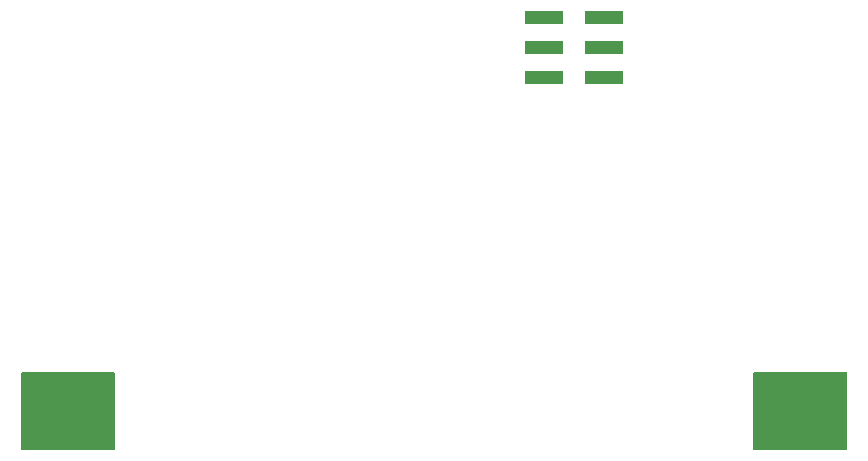
<source format=gbr>
G04 #@! TF.GenerationSoftware,KiCad,Pcbnew,(6.0.0)*
G04 #@! TF.CreationDate,2022-12-26T18:08:21+03:00*
G04 #@! TF.ProjectId,right,72696768-742e-46b6-9963-61645f706362,rev?*
G04 #@! TF.SameCoordinates,Original*
G04 #@! TF.FileFunction,Soldermask,Bot*
G04 #@! TF.FilePolarity,Negative*
%FSLAX46Y46*%
G04 Gerber Fmt 4.6, Leading zero omitted, Abs format (unit mm)*
G04 Created by KiCad (PCBNEW (6.0.0)) date 2022-12-26 18:08:21*
%MOMM*%
%LPD*%
G01*
G04 APERTURE LIST*
G04 APERTURE END LIST*
G36*
G01*
X183006000Y-82460000D02*
X183006000Y-83460000D01*
G75*
G02*
X182955000Y-83511000I-51000J0D01*
G01*
X179805000Y-83511000D01*
G75*
G02*
X179754000Y-83460000I0J51000D01*
G01*
X179754000Y-82460000D01*
G75*
G02*
X179805000Y-82409000I51000J0D01*
G01*
X182955000Y-82409000D01*
G75*
G02*
X183006000Y-82460000I0J-51000D01*
G01*
G37*
G36*
G01*
X177956000Y-82460000D02*
X177956000Y-83460000D01*
G75*
G02*
X177905000Y-83511000I-51000J0D01*
G01*
X174755000Y-83511000D01*
G75*
G02*
X174704000Y-83460000I0J51000D01*
G01*
X174704000Y-82460000D01*
G75*
G02*
X174755000Y-82409000I51000J0D01*
G01*
X177905000Y-82409000D01*
G75*
G02*
X177956000Y-82460000I0J-51000D01*
G01*
G37*
G36*
G01*
X183006000Y-85000000D02*
X183006000Y-86000000D01*
G75*
G02*
X182955000Y-86051000I-51000J0D01*
G01*
X179805000Y-86051000D01*
G75*
G02*
X179754000Y-86000000I0J51000D01*
G01*
X179754000Y-85000000D01*
G75*
G02*
X179805000Y-84949000I51000J0D01*
G01*
X182955000Y-84949000D01*
G75*
G02*
X183006000Y-85000000I0J-51000D01*
G01*
G37*
G36*
G01*
X177956000Y-85000000D02*
X177956000Y-86000000D01*
G75*
G02*
X177905000Y-86051000I-51000J0D01*
G01*
X174755000Y-86051000D01*
G75*
G02*
X174704000Y-86000000I0J51000D01*
G01*
X174704000Y-85000000D01*
G75*
G02*
X174755000Y-84949000I51000J0D01*
G01*
X177905000Y-84949000D01*
G75*
G02*
X177956000Y-85000000I0J-51000D01*
G01*
G37*
G36*
G01*
X183006000Y-87540000D02*
X183006000Y-88540000D01*
G75*
G02*
X182955000Y-88591000I-51000J0D01*
G01*
X179805000Y-88591000D01*
G75*
G02*
X179754000Y-88540000I0J51000D01*
G01*
X179754000Y-87540000D01*
G75*
G02*
X179805000Y-87489000I51000J0D01*
G01*
X182955000Y-87489000D01*
G75*
G02*
X183006000Y-87540000I0J-51000D01*
G01*
G37*
G36*
G01*
X177956000Y-87540000D02*
X177956000Y-88540000D01*
G75*
G02*
X177905000Y-88591000I-51000J0D01*
G01*
X174755000Y-88591000D01*
G75*
G02*
X174704000Y-88540000I0J51000D01*
G01*
X174704000Y-87540000D01*
G75*
G02*
X174755000Y-87489000I51000J0D01*
G01*
X177905000Y-87489000D01*
G75*
G02*
X177956000Y-87540000I0J-51000D01*
G01*
G37*
G36*
X201942121Y-113020002D02*
G01*
X201988614Y-113073658D01*
X202000000Y-113126000D01*
X202000000Y-119474000D01*
X201979998Y-119542121D01*
X201926342Y-119588614D01*
X201874000Y-119600000D01*
X194126000Y-119600000D01*
X194057879Y-119579998D01*
X194011386Y-119526342D01*
X194000000Y-119474000D01*
X194000000Y-113126000D01*
X194020002Y-113057879D01*
X194073658Y-113011386D01*
X194126000Y-113000000D01*
X201874000Y-113000000D01*
X201942121Y-113020002D01*
G37*
G36*
X139942121Y-113020002D02*
G01*
X139988614Y-113073658D01*
X140000000Y-113126000D01*
X140000000Y-119474000D01*
X139979998Y-119542121D01*
X139926342Y-119588614D01*
X139874000Y-119600000D01*
X132126000Y-119600000D01*
X132057879Y-119579998D01*
X132011386Y-119526342D01*
X132000000Y-119474000D01*
X132000000Y-113126000D01*
X132020002Y-113057879D01*
X132073658Y-113011386D01*
X132126000Y-113000000D01*
X139874000Y-113000000D01*
X139942121Y-113020002D01*
G37*
M02*

</source>
